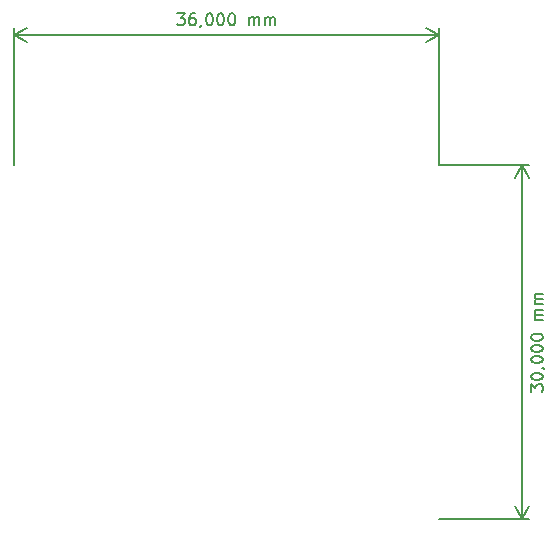
<source format=gbr>
G04 #@! TF.GenerationSoftware,KiCad,Pcbnew,(5.1.6)-1*
G04 #@! TF.CreationDate,2020-07-07T11:59:46-05:00*
G04 #@! TF.ProjectId,Xbee,58626565-2e6b-4696-9361-645f70636258,rev?*
G04 #@! TF.SameCoordinates,Original*
G04 #@! TF.FileFunction,OtherDrawing,Comment*
%FSLAX46Y46*%
G04 Gerber Fmt 4.6, Leading zero omitted, Abs format (unit mm)*
G04 Created by KiCad (PCBNEW (5.1.6)-1) date 2020-07-07 11:59:46*
%MOMM*%
%LPD*%
G01*
G04 APERTURE LIST*
%ADD10C,0.150000*%
G04 APERTURE END LIST*
D10*
X154809523Y-56152380D02*
X155428571Y-56152380D01*
X155095238Y-56533333D01*
X155238095Y-56533333D01*
X155333333Y-56580952D01*
X155380952Y-56628571D01*
X155428571Y-56723809D01*
X155428571Y-56961904D01*
X155380952Y-57057142D01*
X155333333Y-57104761D01*
X155238095Y-57152380D01*
X154952380Y-57152380D01*
X154857142Y-57104761D01*
X154809523Y-57057142D01*
X156285714Y-56152380D02*
X156095238Y-56152380D01*
X156000000Y-56200000D01*
X155952380Y-56247619D01*
X155857142Y-56390476D01*
X155809523Y-56580952D01*
X155809523Y-56961904D01*
X155857142Y-57057142D01*
X155904761Y-57104761D01*
X156000000Y-57152380D01*
X156190476Y-57152380D01*
X156285714Y-57104761D01*
X156333333Y-57057142D01*
X156380952Y-56961904D01*
X156380952Y-56723809D01*
X156333333Y-56628571D01*
X156285714Y-56580952D01*
X156190476Y-56533333D01*
X156000000Y-56533333D01*
X155904761Y-56580952D01*
X155857142Y-56628571D01*
X155809523Y-56723809D01*
X156857142Y-57104761D02*
X156857142Y-57152380D01*
X156809523Y-57247619D01*
X156761904Y-57295238D01*
X157476190Y-56152380D02*
X157571428Y-56152380D01*
X157666666Y-56200000D01*
X157714285Y-56247619D01*
X157761904Y-56342857D01*
X157809523Y-56533333D01*
X157809523Y-56771428D01*
X157761904Y-56961904D01*
X157714285Y-57057142D01*
X157666666Y-57104761D01*
X157571428Y-57152380D01*
X157476190Y-57152380D01*
X157380952Y-57104761D01*
X157333333Y-57057142D01*
X157285714Y-56961904D01*
X157238095Y-56771428D01*
X157238095Y-56533333D01*
X157285714Y-56342857D01*
X157333333Y-56247619D01*
X157380952Y-56200000D01*
X157476190Y-56152380D01*
X158428571Y-56152380D02*
X158523809Y-56152380D01*
X158619047Y-56200000D01*
X158666666Y-56247619D01*
X158714285Y-56342857D01*
X158761904Y-56533333D01*
X158761904Y-56771428D01*
X158714285Y-56961904D01*
X158666666Y-57057142D01*
X158619047Y-57104761D01*
X158523809Y-57152380D01*
X158428571Y-57152380D01*
X158333333Y-57104761D01*
X158285714Y-57057142D01*
X158238095Y-56961904D01*
X158190476Y-56771428D01*
X158190476Y-56533333D01*
X158238095Y-56342857D01*
X158285714Y-56247619D01*
X158333333Y-56200000D01*
X158428571Y-56152380D01*
X159380952Y-56152380D02*
X159476190Y-56152380D01*
X159571428Y-56200000D01*
X159619047Y-56247619D01*
X159666666Y-56342857D01*
X159714285Y-56533333D01*
X159714285Y-56771428D01*
X159666666Y-56961904D01*
X159619047Y-57057142D01*
X159571428Y-57104761D01*
X159476190Y-57152380D01*
X159380952Y-57152380D01*
X159285714Y-57104761D01*
X159238095Y-57057142D01*
X159190476Y-56961904D01*
X159142857Y-56771428D01*
X159142857Y-56533333D01*
X159190476Y-56342857D01*
X159238095Y-56247619D01*
X159285714Y-56200000D01*
X159380952Y-56152380D01*
X160904761Y-57152380D02*
X160904761Y-56485714D01*
X160904761Y-56580952D02*
X160952380Y-56533333D01*
X161047619Y-56485714D01*
X161190476Y-56485714D01*
X161285714Y-56533333D01*
X161333333Y-56628571D01*
X161333333Y-57152380D01*
X161333333Y-56628571D02*
X161380952Y-56533333D01*
X161476190Y-56485714D01*
X161619047Y-56485714D01*
X161714285Y-56533333D01*
X161761904Y-56628571D01*
X161761904Y-57152380D01*
X162238095Y-57152380D02*
X162238095Y-56485714D01*
X162238095Y-56580952D02*
X162285714Y-56533333D01*
X162380952Y-56485714D01*
X162523809Y-56485714D01*
X162619047Y-56533333D01*
X162666666Y-56628571D01*
X162666666Y-57152380D01*
X162666666Y-56628571D02*
X162714285Y-56533333D01*
X162809523Y-56485714D01*
X162952380Y-56485714D01*
X163047619Y-56533333D01*
X163095238Y-56628571D01*
X163095238Y-57152380D01*
X141000000Y-58000000D02*
X177000000Y-58000000D01*
X141000000Y-69000000D02*
X141000000Y-57413579D01*
X177000000Y-69000000D02*
X177000000Y-57413579D01*
X177000000Y-58000000D02*
X175873496Y-58586421D01*
X177000000Y-58000000D02*
X175873496Y-57413579D01*
X141000000Y-58000000D02*
X142126504Y-58586421D01*
X141000000Y-58000000D02*
X142126504Y-57413579D01*
X184752380Y-88190476D02*
X184752380Y-87571428D01*
X185133333Y-87904761D01*
X185133333Y-87761904D01*
X185180952Y-87666666D01*
X185228571Y-87619047D01*
X185323809Y-87571428D01*
X185561904Y-87571428D01*
X185657142Y-87619047D01*
X185704761Y-87666666D01*
X185752380Y-87761904D01*
X185752380Y-88047619D01*
X185704761Y-88142857D01*
X185657142Y-88190476D01*
X184752380Y-86952380D02*
X184752380Y-86857142D01*
X184800000Y-86761904D01*
X184847619Y-86714285D01*
X184942857Y-86666666D01*
X185133333Y-86619047D01*
X185371428Y-86619047D01*
X185561904Y-86666666D01*
X185657142Y-86714285D01*
X185704761Y-86761904D01*
X185752380Y-86857142D01*
X185752380Y-86952380D01*
X185704761Y-87047619D01*
X185657142Y-87095238D01*
X185561904Y-87142857D01*
X185371428Y-87190476D01*
X185133333Y-87190476D01*
X184942857Y-87142857D01*
X184847619Y-87095238D01*
X184800000Y-87047619D01*
X184752380Y-86952380D01*
X185704761Y-86142857D02*
X185752380Y-86142857D01*
X185847619Y-86190476D01*
X185895238Y-86238095D01*
X184752380Y-85523809D02*
X184752380Y-85428571D01*
X184800000Y-85333333D01*
X184847619Y-85285714D01*
X184942857Y-85238095D01*
X185133333Y-85190476D01*
X185371428Y-85190476D01*
X185561904Y-85238095D01*
X185657142Y-85285714D01*
X185704761Y-85333333D01*
X185752380Y-85428571D01*
X185752380Y-85523809D01*
X185704761Y-85619047D01*
X185657142Y-85666666D01*
X185561904Y-85714285D01*
X185371428Y-85761904D01*
X185133333Y-85761904D01*
X184942857Y-85714285D01*
X184847619Y-85666666D01*
X184800000Y-85619047D01*
X184752380Y-85523809D01*
X184752380Y-84571428D02*
X184752380Y-84476190D01*
X184800000Y-84380952D01*
X184847619Y-84333333D01*
X184942857Y-84285714D01*
X185133333Y-84238095D01*
X185371428Y-84238095D01*
X185561904Y-84285714D01*
X185657142Y-84333333D01*
X185704761Y-84380952D01*
X185752380Y-84476190D01*
X185752380Y-84571428D01*
X185704761Y-84666666D01*
X185657142Y-84714285D01*
X185561904Y-84761904D01*
X185371428Y-84809523D01*
X185133333Y-84809523D01*
X184942857Y-84761904D01*
X184847619Y-84714285D01*
X184800000Y-84666666D01*
X184752380Y-84571428D01*
X184752380Y-83619047D02*
X184752380Y-83523809D01*
X184800000Y-83428571D01*
X184847619Y-83380952D01*
X184942857Y-83333333D01*
X185133333Y-83285714D01*
X185371428Y-83285714D01*
X185561904Y-83333333D01*
X185657142Y-83380952D01*
X185704761Y-83428571D01*
X185752380Y-83523809D01*
X185752380Y-83619047D01*
X185704761Y-83714285D01*
X185657142Y-83761904D01*
X185561904Y-83809523D01*
X185371428Y-83857142D01*
X185133333Y-83857142D01*
X184942857Y-83809523D01*
X184847619Y-83761904D01*
X184800000Y-83714285D01*
X184752380Y-83619047D01*
X185752380Y-82095238D02*
X185085714Y-82095238D01*
X185180952Y-82095238D02*
X185133333Y-82047619D01*
X185085714Y-81952380D01*
X185085714Y-81809523D01*
X185133333Y-81714285D01*
X185228571Y-81666666D01*
X185752380Y-81666666D01*
X185228571Y-81666666D02*
X185133333Y-81619047D01*
X185085714Y-81523809D01*
X185085714Y-81380952D01*
X185133333Y-81285714D01*
X185228571Y-81238095D01*
X185752380Y-81238095D01*
X185752380Y-80761904D02*
X185085714Y-80761904D01*
X185180952Y-80761904D02*
X185133333Y-80714285D01*
X185085714Y-80619047D01*
X185085714Y-80476190D01*
X185133333Y-80380952D01*
X185228571Y-80333333D01*
X185752380Y-80333333D01*
X185228571Y-80333333D02*
X185133333Y-80285714D01*
X185085714Y-80190476D01*
X185085714Y-80047619D01*
X185133333Y-79952380D01*
X185228571Y-79904761D01*
X185752380Y-79904761D01*
X184000000Y-99000000D02*
X184000000Y-69000000D01*
X177000000Y-99000000D02*
X184586421Y-99000000D01*
X177000000Y-69000000D02*
X184586421Y-69000000D01*
X184000000Y-69000000D02*
X184586421Y-70126504D01*
X184000000Y-69000000D02*
X183413579Y-70126504D01*
X184000000Y-99000000D02*
X184586421Y-97873496D01*
X184000000Y-99000000D02*
X183413579Y-97873496D01*
M02*

</source>
